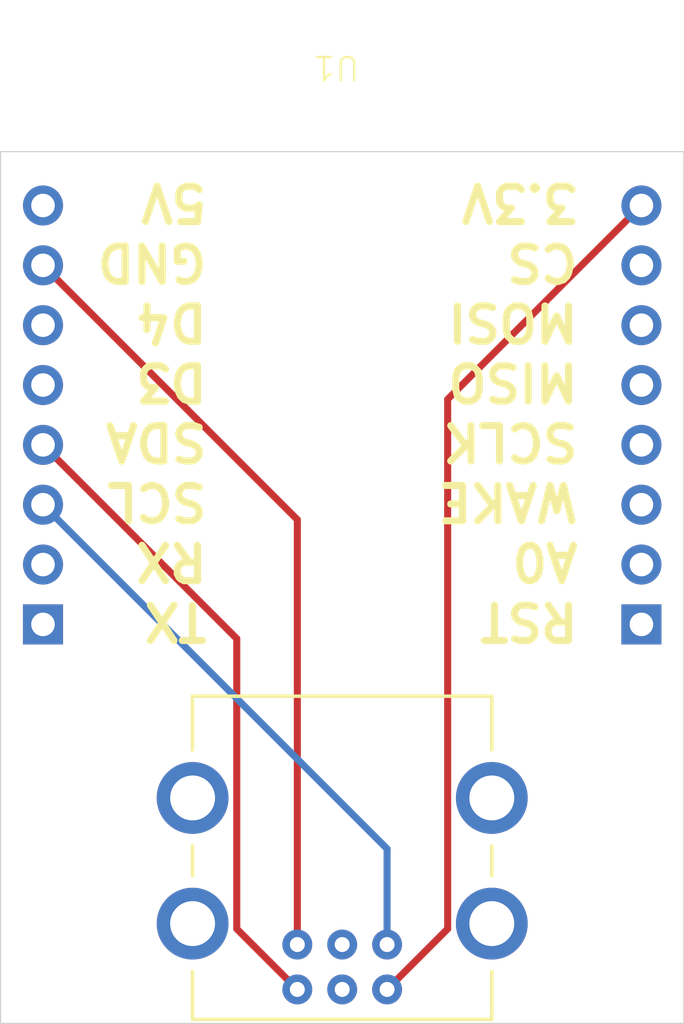
<source format=kicad_pcb>
(kicad_pcb (version 20240108) (generator "pcbnew") (generator_version "8.0")
  (layers (0 "F.Cu" signal) (31 "B.Cu" signal) (34 "B.Paste" user) (35 "F.Paste" user) (36 "B.SilkS" user "B.Silkscreen") (37 "F.SilkS" user "F.Silkscreen") (38 "B.Mask" user) (39 "F.Mask" user) (44 "Edge.Cuts" user))
  (net 0 "")
  (net 1 "Net-(U1-GND)")
  (net 11 "Net-(U1-SCL)")
  (net 12 "Net-(U1-SDA)")
  (net 14 "Net-(U1-3.3V)")
  (footprint "Footprints_cez:WeMos D1 Mini" (layer "F.Cu") (at 122.682 85.471 180)
    (property "Reference" "U1" (at 0 32.131 180) (layer "F.SilkS") (effects (font (thickness 0.1))))
    (property "Value" "~" (hide yes))
    (fp_text user "5V" (at 5.334 27.305 180) (layer "F.SilkS") (effects (font (size 1.5 1.5) (thickness 0.3) (bold yes)) (justify left bottom)))
    (fp_text user "WAKE" (at -10.414 14.605 180) (layer "F.SilkS") (effects (font (size 1.5 1.5) (thickness 0.3) (bold yes)) (justify left bottom)))
    (fp_text user "MOSI" (at -10.414 22.225 180) (layer "F.SilkS") (effects (font (size 1.5 1.5) (thickness 0.3) (bold yes)) (justify left bottom)))
    (fp_text user "RX" (at 5.334 12.065 180) (layer "F.SilkS") (effects (font (size 1.5 1.5) (thickness 0.3) (bold yes)) (justify left bottom)))
    (fp_text user "SCL" (at 5.334 14.605 180) (layer "F.SilkS") (effects (font (size 1.5 1.5) (thickness 0.3) (bold yes)) (justify left bottom)))
    (fp_text user "SDA" (at 5.334 17.145 180) (layer "F.SilkS") (effects (font (size 1.5 1.5) (thickness 0.3) (bold yes)) (justify left bottom)))
    (fp_text user "SCLK" (at -10.414 17.145 180) (layer "F.SilkS") (effects (font (size 1.5 1.5) (thickness 0.3) (bold yes)) (justify left bottom)))
    (fp_text user "GND" (at 5.334 24.765 180) (layer "F.SilkS") (effects (font (size 1.5 1.5) (thickness 0.3) (bold yes)) (justify left bottom)))
    (fp_text user "D3" (at 5.334 19.685 180) (layer "F.SilkS") (effects (font (size 1.5 1.5) (thickness 0.3) (bold yes)) (justify left bottom)))
    (fp_text user "CS" (at -10.414 24.765 180) (layer "F.SilkS") (effects (font (size 1.5 1.5) (thickness 0.3) (bold yes)) (justify left bottom)))
    (fp_text user "3.3V" (at -10.414 27.305 180) (layer "F.SilkS") (effects (font (size 1.5 1.5) (thickness 0.3) (bold yes)) (justify left bottom)))
    (fp_text user "RST" (at -10.414 9.525 180) (layer "F.SilkS") (effects (font (size 1.5 1.5) (thickness 0.3) (bold yes)) (justify left bottom)))
    (fp_text user "A0" (at -10.414 12.065 180) (layer "F.SilkS") (effects (font (size 1.5 1.5) (thickness 0.3) (bold yes)) (justify left bottom)))
    (fp_text user "MISO" (at -10.414 19.685 180) (layer "F.SilkS") (effects (font (size 1.5 1.5) (thickness 0.3) (bold yes)) (justify left bottom)))
    (fp_text user "TX" (at 5.334 9.525 180) (layer "F.SilkS") (effects (font (size 1.5 1.5) (thickness 0.3) (bold yes)) (justify left bottom)))
    (fp_text user "D4" (at 5.334 22.225 180) (layer "F.SilkS") (effects (font (size 1.5 1.5) (thickness 0.3) (bold yes)) (justify left bottom)))
    (pad "1" thru_hole rect (at -12.954 8.509 180) (size 1.7 1.7) (drill 1) (layers "*.Cu" "*.Mask"))
    (pad "2" thru_hole oval (at -12.954 11.049 180) (size 1.7 1.7) (drill 1) (layers "*.Cu" "*.Mask"))
    (pad "3" thru_hole oval (at -12.954 13.589 180) (size 1.7 1.7) (drill 1) (layers "*.Cu" "*.Mask"))
    (pad "4" thru_hole oval (at -12.954 16.129 180) (size 1.7 1.7) (drill 1) (layers "*.Cu" "*.Mask"))
    (pad "5" thru_hole oval (at -12.954 18.669 180) (size 1.7 1.7) (drill 1) (layers "*.Cu" "*.Mask"))
    (pad "6" thru_hole oval (at -12.954 21.209 180) (size 1.7 1.7) (drill 1) (layers "*.Cu" "*.Mask"))
    (pad "7" thru_hole oval (at -12.954 23.749 180) (size 1.7 1.7) (drill 1) (layers "*.Cu" "*.Mask"))
    (pad "8" thru_hole oval (at -12.954 26.289 180) (size 1.7 1.7) (drill 1) (layers "*.Cu" "*.Mask") (net 14 "Net-(U1-3.3V)"))
    (pad "9" thru_hole rect (at 12.446 8.509 180) (size 1.7 1.7) (drill 1) (layers "*.Cu" "*.Mask"))
    (pad "10" thru_hole oval (at 12.446 11.049 180) (size 1.7 1.7) (drill 1) (layers "*.Cu" "*.Mask"))
    (pad "11" thru_hole oval (at 12.446 13.589 180) (size 1.7 1.7) (drill 1) (layers "*.Cu" "*.Mask") (net 11 "Net-(U1-SCL)"))
    (pad "12" thru_hole oval (at 12.446 16.129 180) (size 1.7 1.7) (drill 1) (layers "*.Cu" "*.Mask") (net 12 "Net-(U1-SDA)"))
    (pad "13" thru_hole oval (at 12.446 18.669 180) (size 1.7 1.7) (drill 1) (layers "*.Cu" "*.Mask"))
    (pad "14" thru_hole oval (at 12.446 21.209 180) (size 1.7 1.7) (drill 1) (layers "*.Cu" "*.Mask"))
    (pad "15" thru_hole oval (at 12.446 23.749 180) (size 1.7 1.7) (drill 1) (layers "*.Cu" "*.Mask") (net 1 "Net-(U1-GND)"))
    (pad "16" thru_hole oval (at 12.446 26.289 180) (size 1.7 1.7) (drill 1) (layers "*.Cu" "*.Mask"))
  )
  (footprint "Footprints_cez:CONN_WII" (layer "F.Cu") (at 122.936 86.868)
    (property "Reference" "U2" (hide yes))
    (property "Value" "~" (hide yes))
    (fp_line (start -6.35 -6.858) (end 6.35 -6.858) (stroke (width 0.15)) (layer "F.SilkS"))
    (fp_line (start -6.35 -4.572) (end -6.35 -6.858) (stroke (width 0.15)) (layer "F.SilkS"))
    (fp_line (start -6.35 0.762) (end -6.35 -0.508) (stroke (width 0.15)) (layer "F.SilkS"))
    (fp_line (start -6.35 6.858) (end -6.35 4.826) (stroke (width 0.15)) (layer "F.SilkS"))
    (fp_line (start 6.35 -6.858) (end 6.35 -4.572) (stroke (width 0.15)) (layer "F.SilkS"))
    (fp_line (start 6.35 0.762) (end 6.35 -0.508) (stroke (width 0.15)) (layer "F.SilkS"))
    (fp_line (start 6.35 6.858) (end -6.35 6.858) (stroke (width 0.15)) (layer "F.SilkS"))
    (fp_line (start 6.35 6.858) (end 6.35 4.826) (stroke (width 0.15)) (layer "F.SilkS"))
    (pad "" thru_hole circle (at -6.35 -2.54) (size 3.048 3.048) (drill 1.905) (layers "*.Cu" "*.Mask"))
    (pad "" thru_hole circle (at -6.35 2.794) (size 3.048 3.048) (drill 1.905) (layers "*.Cu" "*.Mask"))
    (pad "" thru_hole circle (at 6.35 -2.54) (size 3.048 3.048) (drill 1.905) (layers "*.Cu" "*.Mask"))
    (pad "" thru_hole circle (at 6.35 2.794) (size 3.048 3.048) (drill 1.905) (layers "*.Cu" "*.Mask"))
    (pad "1" thru_hole circle (at 1.905 5.588) (size 1.27 1.27) (drill 0.635) (layers "*.Cu" "*.Mask") (net 14 "Net-(U1-3.3V)"))
    (pad "2" thru_hole circle (at 1.905 3.683) (size 1.27 1.27) (drill 0.635) (layers "*.Cu" "*.Mask") (net 11 "Net-(U1-SCL)"))
    (pad "3" thru_hole circle (at 0 5.588) (size 1.27 1.27) (drill 0.635) (layers "*.Cu" "*.Mask"))
    (pad "4" thru_hole circle (at 0 3.683) (size 1.27 1.27) (drill 0.635) (layers "*.Cu" "*.Mask"))
    (pad "5" thru_hole circle (at -1.905 5.588) (size 1.27 1.27) (drill 0.635) (layers "*.Cu" "*.Mask") (net 12 "Net-(U1-SDA)"))
    (pad "6" thru_hole circle (at -1.905 3.683) (size 1.27 1.27) (drill 0.635) (layers "*.Cu" "*.Mask") (net 1 "Net-(U1-GND)"))
  )
  (gr_rect (start 108.436 56.896) (end 137.436 93.896) (stroke (width 0.05)) (fill none) (layer "Edge.Cuts"))
  (segment (start 121.031 72.517) (end 110.236 61.722) (width 0.3) (layer "F.Cu") (net 1))
  (segment (start 121.031 90.551) (end 121.031 72.517) (width 0.3) (layer "F.Cu") (net 1))
  (segment (start 124.841 86.487) (end 124.841 90.551) (width 0.3) (layer "B.Cu") (net 11))
  (segment (start 110.236 71.882) (end 124.841 86.487) (width 0.3) (layer "B.Cu") (net 11))
  (segment (start 118.46 77.566) (end 110.236 69.342) (width 0.3) (layer "F.Cu") (net 12))
  (segment (start 121.031 92.456) (end 118.46 89.885) (width 0.3) (layer "F.Cu") (net 12))
  (segment (start 118.46 89.885) (end 118.46 77.566) (width 0.3) (layer "F.Cu") (net 12))
  (segment (start 127.412 89.885) (end 127.412 67.406) (width 0.3) (layer "F.Cu") (net 14))
  (segment (start 124.841 92.456) (end 127.412 89.885) (width 0.3) (layer "F.Cu") (net 14))
  (segment (start 127.412 67.406) (end 135.636 59.182) (width 0.3) (layer "F.Cu") (net 14))
)
</source>
